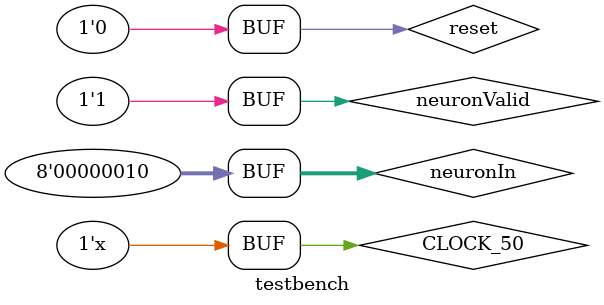
<source format=sv>
`timescale 1ns / 1ps

module testbench ( );

	parameter CLOCK_PERIOD = 10;

	logic CLOCK_50;
    logic [0:0] KEY;
    logic [6:0] HEX0;

	// Neuron Test
	logic 				reset;
	logic [7:0] 		neuronIn;
	logic [7:0] 		neuronOut;
	logic 				neuronValid;
	logic 				neuronOutValid;

    // Input Counter
    logic [3:0]       inputCounterOut;
    logic             inputCounterValid;

    // Weight Memory
    logic [7:0]       weightMem [0:255];

	initial begin
        CLOCK_50 <= 1'b0;
	end // initial
	always @ (*)
	begin : Clock_Generator
		#((CLOCK_PERIOD) / 2) CLOCK_50 <= ~CLOCK_50;
	end
	
	initial begin
        reset <= 1'b0;
        #10
        reset <= 1'b1;
		#10 
		reset <= 1'b0;
		neuronIn <= 8'h02;
		#10
		neuronValid <= 1'b1;
	end // initial

    inputCounter #(
        .numInputs(16), 
        .counterWidth()
    ) U1 (
        .clk(CLOCK_50),
        .reset(reset),
        .enable(neuronValid),
        .counterOut(inputCounterOut),
        .counterValid(inputCounterValid)
    );
	
	// neuron #(
    //     .layerNumber(0),
    //     .neuronNumber(0),
    //     .numWeights(16),
    //     .dataWidth(8),
    //     .weightIntWidth(4),
    //     .biasFile("b_l0_n0.mif"),
    //     .weightFile("w_l0_n0.mif")
    // ) U1 (
    //     .clk(CLOCK_50),
    //     .reset(reset),
    //     .neuronIn(neuronIn),
    //     .neuronValid(neuronValid),
    //     .weightValid(),
    //     .weightWriteEn(),
    //     .biasWriteEn(),
    //     .weightData(32'h0),
    //     .biasData(32'h0),
    //     .config_layer_number(32'h0),
    //     .config_neuron_number(32'h0),
    //     .neuronOut(neuronOut),
    //     .neuronOutValid(neuronOutValid)
    // );

endmodule

</source>
